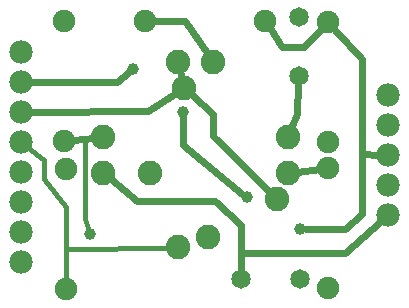
<source format=gbl>
G04 MADE WITH FRITZING*
G04 WWW.FRITZING.ORG*
G04 DOUBLE SIDED*
G04 HOLES PLATED*
G04 CONTOUR ON CENTER OF CONTOUR VECTOR*
%ASAXBY*%
%FSLAX23Y23*%
%MOIN*%
%OFA0B0*%
%SFA1.0B1.0*%
%ADD10C,0.082000*%
%ADD11C,0.078000*%
%ADD12C,0.075000*%
%ADD13C,0.065000*%
%ADD14C,0.039370*%
%ADD15C,0.024000*%
%ADD16C,0.016000*%
%LNCOPPER0*%
G90*
G70*
G54D10*
X598Y200D03*
X964Y449D03*
X717Y819D03*
X350Y567D03*
X699Y233D03*
X619Y732D03*
X929Y361D03*
X599Y819D03*
X350Y449D03*
X965Y567D03*
X507Y449D03*
G54D11*
X1298Y708D03*
X1298Y608D03*
X1298Y508D03*
X1298Y408D03*
X1298Y308D03*
X77Y851D03*
X77Y751D03*
X77Y651D03*
X77Y551D03*
X77Y451D03*
X77Y351D03*
X77Y251D03*
X77Y151D03*
G54D12*
X220Y956D03*
X220Y556D03*
X889Y956D03*
X489Y956D03*
X1100Y950D03*
X1100Y550D03*
X1100Y63D03*
X1100Y463D03*
X226Y460D03*
X226Y60D03*
G54D13*
X1007Y94D03*
X810Y94D03*
X1001Y772D03*
X1001Y969D03*
G54D14*
X450Y795D03*
X306Y243D03*
X828Y367D03*
X616Y652D03*
X1007Y262D03*
G54D15*
X1157Y181D02*
X1276Y288D01*
D02*
X809Y181D02*
X1157Y181D01*
D02*
X810Y119D02*
X809Y181D01*
G54D16*
D02*
X225Y194D02*
X226Y89D01*
D02*
X566Y199D02*
X225Y194D01*
G54D15*
D02*
X1212Y510D02*
X1268Y509D01*
D02*
X1212Y312D02*
X1212Y510D01*
D02*
X1157Y262D02*
X1212Y312D01*
D02*
X1026Y262D02*
X1157Y262D01*
D02*
X1212Y510D02*
X1268Y509D01*
D02*
X1119Y929D02*
X1212Y827D01*
D02*
X1212Y827D02*
X1212Y510D01*
D02*
X946Y869D02*
X1020Y869D01*
D02*
X1020Y869D02*
X1080Y930D01*
D02*
X905Y932D02*
X946Y869D01*
D02*
X994Y645D02*
X999Y747D01*
D02*
X976Y597D02*
X994Y645D01*
D02*
X996Y452D02*
X1072Y460D01*
D02*
X809Y275D02*
X810Y119D01*
D02*
X722Y355D02*
X809Y275D01*
D02*
X375Y428D02*
X461Y354D01*
D02*
X461Y354D02*
X722Y355D01*
D02*
X606Y788D02*
X612Y763D01*
D02*
X643Y711D02*
X716Y645D01*
D02*
X716Y645D02*
X716Y571D01*
D02*
X716Y571D02*
X906Y383D01*
D02*
X499Y653D02*
X107Y651D01*
D02*
X592Y714D02*
X499Y653D01*
D02*
X699Y846D02*
X623Y956D01*
D02*
X623Y956D02*
X518Y956D01*
D02*
X318Y564D02*
X248Y559D01*
G54D16*
D02*
X225Y336D02*
X225Y188D01*
D02*
X225Y188D02*
X226Y83D01*
D02*
X151Y492D02*
X151Y429D01*
D02*
X151Y429D02*
X225Y336D01*
D02*
X96Y536D02*
X151Y492D01*
G54D15*
D02*
X394Y751D02*
X435Y783D01*
D02*
X107Y751D02*
X394Y751D01*
G54D16*
D02*
X288Y560D02*
X243Y558D01*
D02*
X288Y294D02*
X288Y560D01*
D02*
X302Y256D02*
X288Y294D01*
G54D15*
D02*
X616Y633D02*
X616Y542D01*
D02*
X616Y542D02*
X813Y379D01*
G04 End of Copper0*
M02*
</source>
